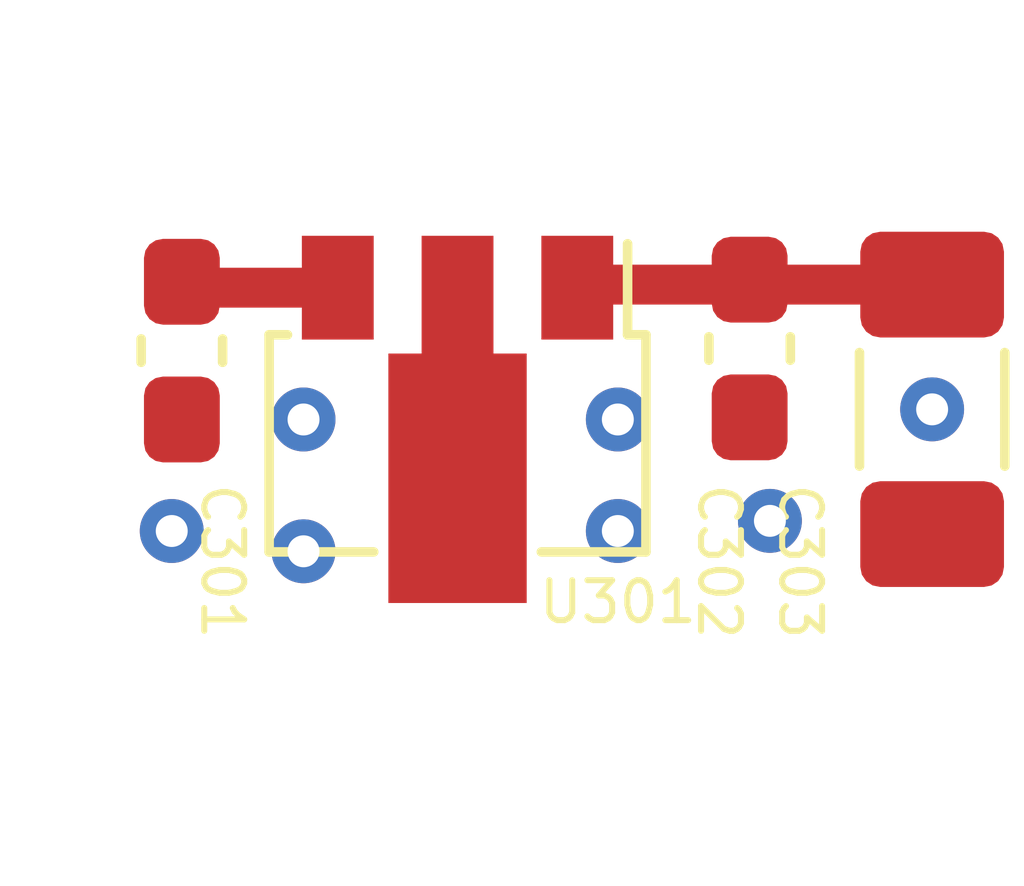
<source format=kicad_pcb>
(kicad_pcb (version 20221018) (generator pcbnew)
  (layers (0 "F.Cu" signal) (31 "B.Cu" signal) (34 "B.Paste" user) (35 "F.Paste" user) (36 "B.SilkS" user "B.Silkscreen") (37 "F.SilkS" user "F.Silkscreen") (38 "B.Mask" user) (39 "F.Mask" user) (44 "Edge.Cuts" user))
  (net 0 "")
  (net 1 "/Vin")
  (net 2 "/GND")
  (net 3 "/5V")
  (footprint "Capacitor_SMD:C_0603_1608Metric_Pad1.08x0.95mm_HandSolder" (layer "F.Cu") (at 111.506 68.453 -90)
    (fp_text reference "C302" (at 2.667 0.381 -90 unlocked) (layer "F.SilkS") (effects (font (size 0.5 0.5) (thickness 0.075))))
    (fp_text value "100nF")
    (fp_line (start -0.146267 -0.51) (end 0.146267 -0.51) (stroke (width 0.12)) (layer "F.SilkS"))
    (fp_line (start -0.146267 0.51) (end 0.146267 0.51) (stroke (width 0.12)) (layer "F.SilkS"))
    (pad "1" smd roundrect (at -0.8625 0 270) (size 1.075 0.95) (layers "F.Cu" "F.Paste" "F.Mask") (net 3 "/5V"))
    (pad "2" smd roundrect (at 0.8625 0 270) (size 1.075 0.95) (layers "F.Cu" "F.Paste" "F.Mask") (net 2 "/GND"))
  )
  (footprint "Capacitor_SMD:C_0603_1608Metric_Pad1.08x0.95mm_HandSolder" (layer "F.Cu") (at 104.394 68.4795 -90)
    (fp_text reference "C301" (at 2.6405 -0.508 -90 unlocked) (layer "F.SilkS") (effects (font (size 0.5 0.5) (thickness 0.075))))
    (fp_text value "330nF")
    (fp_line (start -0.146267 -0.51) (end 0.146267 -0.51) (stroke (width 0.12)) (layer "F.SilkS"))
    (fp_line (start -0.146267 0.51) (end 0.146267 0.51) (stroke (width 0.12)) (layer "F.SilkS"))
    (pad "1" smd roundrect (at -0.8625 0 270) (size 1.075 0.95) (layers "F.Cu" "F.Paste" "F.Mask") (net 1 "/Vin"))
    (pad "2" smd roundrect (at 0.8625 0 270) (size 1.075 0.95) (layers "F.Cu" "F.Paste" "F.Mask") (net 2 "/GND"))
  )
  (footprint "Package_TO_SOT_SMD:SOT-89-3" (layer "F.Cu") (at 107.847 69.641 -90)
    (fp_text reference "U301" (at 1.987 -2.008 unlocked) (layer "F.SilkS") (effects (font (size 0.5 0.5) (thickness 0.075))))
    (fp_text value "L78L05_SOT89")
    (fp_line (start -2.5 -2.13) (end -1.36 -2.13) (stroke (width 0.12)) (layer "F.SilkS"))
    (fp_line (start -1.36 -2.36) (end -1.36 -2.13) (stroke (width 0.12)) (layer "F.SilkS"))
    (fp_line (start -1.36 -2.36) (end 1.36 -2.36) (stroke (width 0.12)) (layer "F.SilkS"))
    (fp_line (start -1.36 2.36) (end -1.36 2.13) (stroke (width 0.12)) (layer "F.SilkS"))
    (fp_line (start 1.36 -2.36) (end 1.36 -1.05) (stroke (width 0.12)) (layer "F.SilkS"))
    (fp_line (start 1.36 1.05) (end 1.36 2.36) (stroke (width 0.12)) (layer "F.SilkS"))
    (fp_line (start 1.36 2.36) (end -1.36 2.36) (stroke (width 0.12)) (layer "F.SilkS"))
    (pad "1" smd rect (at -1.95 -1.5 270) (size 1.3 0.9) (layers "F.Cu" "F.Paste" "F.Mask") (net 3 "/5V"))
    (pad "2" smd custom (at -1.8625 0 270) (size 1.475 0.9) (layers "F.Cu" "F.Paste" "F.Mask") (net 2 "/GND") (options (clearance outline) (anchor rect)) (primitives (gr_poly (pts (xy 3.8625 0.8665) (xy 0.7375 0.8665) (xy 0.7375 -0.8665) (xy 3.8625 -0.8665)) (width 0) (fill yes))))
    (pad "3" smd rect (at -1.95 1.5 270) (size 1.3 0.9) (layers "F.Cu" "F.Paste" "F.Mask") (net 1 "/Vin"))
  )
  (footprint "Capacitor_SMD:C_1206_3216Metric_Pad1.33x1.80mm_HandSolder" (layer "F.Cu") (at 113.792 69.215 -90)
    (fp_text reference "C303" (at 1.905 1.651 -90 unlocked) (layer "F.SilkS") (effects (font (size 0.5 0.5) (thickness 0.075))))
    (fp_text value "100uF")
    (fp_line (start -0.711252 -0.91) (end 0.711252 -0.91) (stroke (width 0.12)) (layer "F.SilkS"))
    (fp_line (start -0.711252 0.91) (end 0.711252 0.91) (stroke (width 0.12)) (layer "F.SilkS"))
    (pad "1" smd roundrect (at -1.5625 0 270) (size 1.325 1.8) (layers "F.Cu" "F.Paste" "F.Mask") (roundrect_rratio 0.188679) (net 3 "/5V"))
    (pad "2" smd roundrect (at 1.5625 0 270) (size 1.325 1.8) (layers "F.Cu" "F.Paste" "F.Mask") (roundrect_rratio 0.188679) (net 2 "/GND"))
  )
  (segment (start 104.468 67.691) (end 104.394 67.617) (width 0.5) (layer "F.Cu") (net 1))
  (segment (start 106.347 67.691) (end 104.468 67.691) (width 0.5) (layer "F.Cu") (net 1))
  (via (at 113.792 69.215) (size 0.8) (drill 0.4) (layers "F.Cu" "B.Cu") (net 2))
  (via (at 109.855 69.342) (size 0.8) (drill 0.4) (layers "F.Cu" "B.Cu") (net 2))
  (via (at 104.267 70.739) (size 0.8) (drill 0.4) (layers "F.Cu" "B.Cu") (net 2))
  (via (at 105.918 70.993) (size 0.8) (drill 0.4) (layers "F.Cu" "B.Cu") (net 2))
  (via (at 105.918 69.342) (size 0.8) (drill 0.4) (layers "F.Cu" "B.Cu") (net 2))
  (via (at 109.855 70.739) (size 0.8) (drill 0.4) (layers "F.Cu" "B.Cu") (net 2))
  (via (at 111.76 70.612) (size 0.8) (drill 0.4) (layers "F.Cu" "B.Cu") (net 2))
  (segment (start 113.792 67.6525) (end 109.3855 67.6525) (width 0.5) (layer "F.Cu") (net 3))
  (segment (start 109.3855 67.6525) (end 109.347 67.691) (width 0.5) (layer "F.Cu") (net 3))
)
</source>
